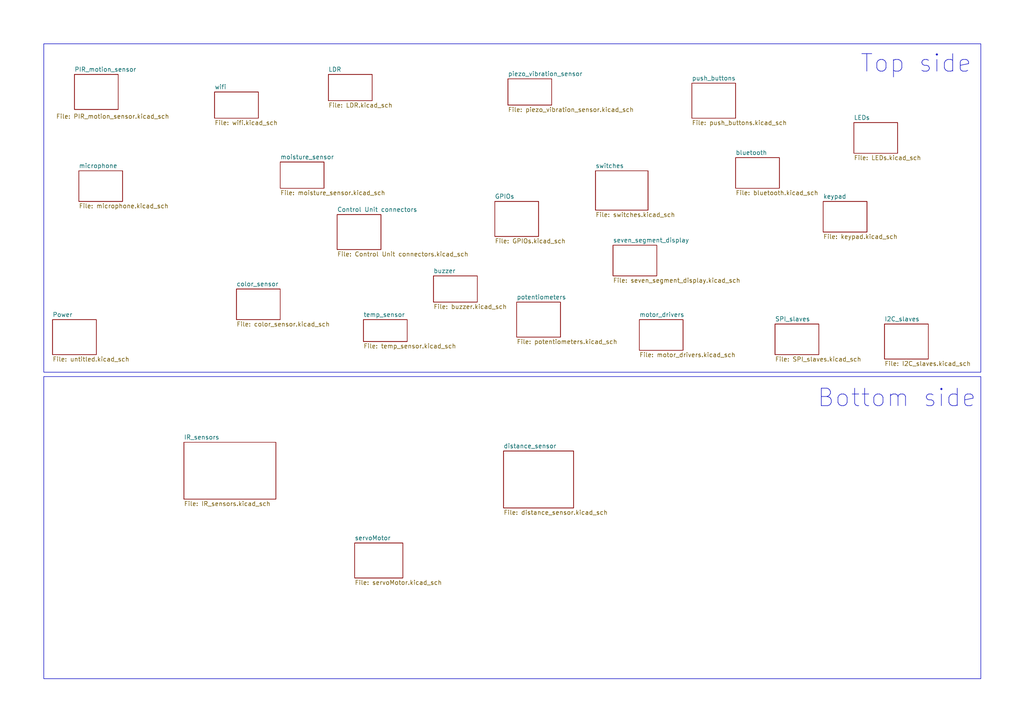
<source format=kicad_sch>
(kicad_sch
	(version 20231120)
	(generator "eeschema")
	(generator_version "8.0")
	(uuid "de49f119-e2e7-4901-8c30-d9d1ca4dd010")
	(paper "A4")
	(lib_symbols)
	(rectangle
		(start 12.7 109.22)
		(end 284.48 196.85)
		(stroke
			(width 0)
			(type default)
		)
		(fill
			(type none)
		)
		(uuid 1b1d5ac2-1096-42f7-a0f3-5c160a5b33bd)
	)
	(rectangle
		(start 12.7 12.7)
		(end 284.48 107.95)
		(stroke
			(width 0)
			(type default)
		)
		(fill
			(type none)
		)
		(uuid 2634a2a5-ee17-46ac-8153-5ed41e08228d)
	)
	(text "Bottom side"
		(exclude_from_sim no)
		(at 260.096 115.57 0)
		(effects
			(font
				(size 5.08 5.08)
			)
		)
		(uuid "9236613e-32ae-4e9b-b421-037c3414a27d")
	)
	(text "Top side"
		(exclude_from_sim no)
		(at 265.684 18.542 0)
		(effects
			(font
				(size 5.08 5.08)
			)
		)
		(uuid "c1e6de9e-6f0e-4fb1-86cd-74751911046b")
	)
	(sheet
		(at 15.24 92.71)
		(size 12.7 10.16)
		(fields_autoplaced yes)
		(stroke
			(width 0.1524)
			(type solid)
		)
		(fill
			(color 0 0 0 0.0000)
		)
		(uuid "18d24072-578a-4db5-8ef0-80a0440e5f7f")
		(property "Sheetname" "Power"
			(at 15.24 91.9984 0)
			(effects
				(font
					(size 1.27 1.27)
				)
				(justify left bottom)
			)
		)
		(property "Sheetfile" "untitled.kicad_sch"
			(at 15.24 103.4546 0)
			(effects
				(font
					(size 1.27 1.27)
				)
				(justify left top)
			)
		)
		(instances
			(project "kicad_pcb"
				(path "/de49f119-e2e7-4901-8c30-d9d1ca4dd010"
					(page "5")
				)
			)
		)
	)
	(sheet
		(at 62.23 26.67)
		(size 12.7 7.62)
		(fields_autoplaced yes)
		(stroke
			(width 0.1524)
			(type solid)
		)
		(fill
			(color 0 0 0 0.0000)
		)
		(uuid "21f423b0-e4e1-4d14-bb5b-40e774a6747a")
		(property "Sheetname" "wifi"
			(at 62.23 25.9584 0)
			(effects
				(font
					(size 1.27 1.27)
				)
				(justify left bottom)
			)
		)
		(property "Sheetfile" "wifi.kicad_sch"
			(at 62.23 34.8746 0)
			(effects
				(font
					(size 1.27 1.27)
				)
				(justify left top)
			)
		)
		(instances
			(project "kicad_pcb"
				(path "/de49f119-e2e7-4901-8c30-d9d1ca4dd010"
					(page "25")
				)
			)
		)
	)
	(sheet
		(at 22.86 49.53)
		(size 12.7 8.89)
		(fields_autoplaced yes)
		(stroke
			(width 0.1524)
			(type solid)
		)
		(fill
			(color 0 0 0 0.0000)
		)
		(uuid "23d1ba29-1b1a-4adf-a2fd-dea09865fa15")
		(property "Sheetname" "microphone"
			(at 22.86 48.8184 0)
			(effects
				(font
					(size 1.27 1.27)
				)
				(justify left bottom)
			)
		)
		(property "Sheetfile" "microphone.kicad_sch"
			(at 22.86 59.0046 0)
			(effects
				(font
					(size 1.27 1.27)
				)
				(justify left top)
			)
		)
		(property "Field2" ""
			(at 22.86 49.53 0)
			(effects
				(font
					(size 1.27 1.27)
				)
				(hide yes)
			)
		)
		(instances
			(project "kicad_pcb"
				(path "/de49f119-e2e7-4901-8c30-d9d1ca4dd010"
					(page "11")
				)
			)
		)
	)
	(sheet
		(at 53.34 128.27)
		(size 26.67 16.51)
		(fields_autoplaced yes)
		(stroke
			(width 0.1524)
			(type solid)
		)
		(fill
			(color 0 0 0 0.0000)
		)
		(uuid "2f7dc9d2-804f-4cad-929d-c027ac0b48cd")
		(property "Sheetname" "IR_sensors"
			(at 53.34 127.5584 0)
			(effects
				(font
					(size 1.27 1.27)
				)
				(justify left bottom)
			)
		)
		(property "Sheetfile" "IR_sensors.kicad_sch"
			(at 53.34 145.3646 0)
			(effects
				(font
					(size 1.27 1.27)
				)
				(justify left top)
			)
		)
		(instances
			(project "kicad_pcb"
				(path "/de49f119-e2e7-4901-8c30-d9d1ca4dd010"
					(page "8")
				)
			)
		)
	)
	(sheet
		(at 238.76 58.42)
		(size 12.7 8.89)
		(fields_autoplaced yes)
		(stroke
			(width 0.1524)
			(type solid)
		)
		(fill
			(color 0 0 0 0.0000)
		)
		(uuid "50c2b073-5240-4f9a-9863-b437bd91676d")
		(property "Sheetname" "keypad"
			(at 238.76 57.7084 0)
			(effects
				(font
					(size 1.27 1.27)
				)
				(justify left bottom)
			)
		)
		(property "Sheetfile" "keypad.kicad_sch"
			(at 238.76 67.8946 0)
			(effects
				(font
					(size 1.27 1.27)
				)
				(justify left top)
			)
		)
		(instances
			(project "kicad_pcb"
				(path "/de49f119-e2e7-4901-8c30-d9d1ca4dd010"
					(page "24")
				)
			)
		)
	)
	(sheet
		(at 95.25 21.59)
		(size 12.7 7.62)
		(fields_autoplaced yes)
		(stroke
			(width 0.1524)
			(type solid)
		)
		(fill
			(color 0 0 0 0.0000)
		)
		(uuid "52e22dc7-29e6-4c25-8296-14dd2b91820b")
		(property "Sheetname" "LDR"
			(at 95.25 20.8784 0)
			(effects
				(font
					(size 1.27 1.27)
				)
				(justify left bottom)
			)
		)
		(property "Sheetfile" "LDR.kicad_sch"
			(at 95.25 29.7946 0)
			(effects
				(font
					(size 1.27 1.27)
				)
				(justify left top)
			)
		)
		(instances
			(project "kicad_pcb"
				(path "/de49f119-e2e7-4901-8c30-d9d1ca4dd010"
					(page "26")
				)
			)
		)
	)
	(sheet
		(at 177.8 71.12)
		(size 12.7 8.89)
		(fields_autoplaced yes)
		(stroke
			(width 0.1524)
			(type solid)
		)
		(fill
			(color 0 0 0 0.0000)
		)
		(uuid "5bcc4095-97dc-47fb-821c-70f08d940a4e")
		(property "Sheetname" "seven_segment_display"
			(at 177.8 70.4084 0)
			(effects
				(font
					(size 1.27 1.27)
				)
				(justify left bottom)
			)
		)
		(property "Sheetfile" "seven_segment_display.kicad_sch"
			(at 177.8 80.5946 0)
			(effects
				(font
					(size 1.27 1.27)
				)
				(justify left top)
			)
		)
		(instances
			(project "kicad_pcb"
				(path "/de49f119-e2e7-4901-8c30-d9d1ca4dd010"
					(page "16")
				)
			)
		)
	)
	(sheet
		(at 147.32 22.86)
		(size 12.7 7.62)
		(fields_autoplaced yes)
		(stroke
			(width 0.1524)
			(type solid)
		)
		(fill
			(color 0 0 0 0.0000)
		)
		(uuid "64a8ea6a-e79a-4024-9d67-a9c329c6551e")
		(property "Sheetname" "piezo_vibration_sensor"
			(at 147.32 22.1484 0)
			(effects
				(font
					(size 1.27 1.27)
				)
				(justify left bottom)
			)
		)
		(property "Sheetfile" "piezo_vibration_sensor.kicad_sch"
			(at 147.32 31.0646 0)
			(effects
				(font
					(size 1.27 1.27)
				)
				(justify left top)
			)
		)
		(instances
			(project "kicad_pcb"
				(path "/de49f119-e2e7-4901-8c30-d9d1ca4dd010"
					(page "22")
				)
			)
		)
	)
	(sheet
		(at 146.05 130.81)
		(size 20.32 16.51)
		(fields_autoplaced yes)
		(stroke
			(width 0.1524)
			(type solid)
		)
		(fill
			(color 0 0 0 0.0000)
		)
		(uuid "6c814d5c-1ecc-44a1-94b2-6781dd052d7b")
		(property "Sheetname" "distance_sensor"
			(at 146.05 130.0984 0)
			(effects
				(font
					(size 1.27 1.27)
				)
				(justify left bottom)
			)
		)
		(property "Sheetfile" "distance_sensor.kicad_sch"
			(at 146.05 147.9046 0)
			(effects
				(font
					(size 1.27 1.27)
				)
				(justify left top)
			)
		)
		(instances
			(project "kicad_pcb"
				(path "/de49f119-e2e7-4901-8c30-d9d1ca4dd010"
					(page "10")
				)
			)
		)
	)
	(sheet
		(at 213.36 45.72)
		(size 12.7 8.89)
		(fields_autoplaced yes)
		(stroke
			(width 0.1524)
			(type solid)
		)
		(fill
			(color 0 0 0 0.0000)
		)
		(uuid "704d8741-9f2c-487f-8b70-cb908a0641b3")
		(property "Sheetname" "bluetooth"
			(at 213.36 45.0084 0)
			(effects
				(font
					(size 1.27 1.27)
				)
				(justify left bottom)
			)
		)
		(property "Sheetfile" "bluetooth.kicad_sch"
			(at 213.36 55.1946 0)
			(effects
				(font
					(size 1.27 1.27)
				)
				(justify left top)
			)
		)
		(instances
			(project "kicad_pcb"
				(path "/de49f119-e2e7-4901-8c30-d9d1ca4dd010"
					(page "26")
				)
			)
		)
	)
	(sheet
		(at 125.73 80.01)
		(size 12.7 7.62)
		(fields_autoplaced yes)
		(stroke
			(width 0.1524)
			(type solid)
		)
		(fill
			(color 0 0 0 0.0000)
		)
		(uuid "713e4f1e-d205-4f93-a479-d8f003e67e0f")
		(property "Sheetname" "buzzer"
			(at 125.73 79.2984 0)
			(effects
				(font
					(size 1.27 1.27)
				)
				(justify left bottom)
			)
		)
		(property "Sheetfile" "buzzer.kicad_sch"
			(at 125.73 88.2146 0)
			(effects
				(font
					(size 1.27 1.27)
				)
				(justify left top)
			)
		)
		(instances
			(project "kicad_pcb"
				(path "/de49f119-e2e7-4901-8c30-d9d1ca4dd010"
					(page "27")
				)
			)
		)
	)
	(sheet
		(at 256.54 93.98)
		(size 12.7 10.16)
		(fields_autoplaced yes)
		(stroke
			(width 0.1524)
			(type solid)
		)
		(fill
			(color 0 0 0 0.0000)
		)
		(uuid "72cfe115-9269-49ad-b6a5-670c4c40d4aa")
		(property "Sheetname" "I2C_slaves"
			(at 256.54 93.2684 0)
			(effects
				(font
					(size 1.27 1.27)
				)
				(justify left bottom)
			)
		)
		(property "Sheetfile" "I2C_slaves.kicad_sch"
			(at 256.54 104.7246 0)
			(effects
				(font
					(size 1.27 1.27)
				)
				(justify left top)
			)
		)
		(instances
			(project "kicad_pcb"
				(path "/de49f119-e2e7-4901-8c30-d9d1ca4dd010"
					(page "29")
				)
			)
		)
	)
	(sheet
		(at 247.65 35.56)
		(size 12.7 8.89)
		(fields_autoplaced yes)
		(stroke
			(width 0.1524)
			(type solid)
		)
		(fill
			(color 0 0 0 0.0000)
		)
		(uuid "7cd8ff34-d4a8-4cbc-b4b9-432b108dc6ca")
		(property "Sheetname" "LEDs"
			(at 247.65 34.8484 0)
			(effects
				(font
					(size 1.27 1.27)
				)
				(justify left bottom)
			)
		)
		(property "Sheetfile" "LEDs.kicad_sch"
			(at 247.65 45.0346 0)
			(effects
				(font
					(size 1.27 1.27)
				)
				(justify left top)
			)
		)
		(instances
			(project "kicad_pcb"
				(path "/de49f119-e2e7-4901-8c30-d9d1ca4dd010"
					(page "15")
				)
			)
		)
	)
	(sheet
		(at 149.86 87.63)
		(size 12.7 10.16)
		(fields_autoplaced yes)
		(stroke
			(width 0.1524)
			(type solid)
		)
		(fill
			(color 0 0 0 0.0000)
		)
		(uuid "86d3e1f3-88d1-44dc-8a00-d58c9355855d")
		(property "Sheetname" "potentiometers"
			(at 149.86 86.9184 0)
			(effects
				(font
					(size 1.27 1.27)
				)
				(justify left bottom)
			)
		)
		(property "Sheetfile" "potentiometers.kicad_sch"
			(at 149.86 98.3746 0)
			(effects
				(font
					(size 1.27 1.27)
				)
				(justify left top)
			)
		)
		(instances
			(project "kicad_pcb"
				(path "/de49f119-e2e7-4901-8c30-d9d1ca4dd010"
					(page "17")
				)
			)
		)
	)
	(sheet
		(at 105.41 92.71)
		(size 12.7 6.35)
		(fields_autoplaced yes)
		(stroke
			(width 0.1524)
			(type solid)
		)
		(fill
			(color 0 0 0 0.0000)
		)
		(uuid "9958af91-1873-4881-8d4b-fd61a9b9b251")
		(property "Sheetname" "temp_sensor"
			(at 105.41 91.9984 0)
			(effects
				(font
					(size 1.27 1.27)
				)
				(justify left bottom)
			)
		)
		(property "Sheetfile" "temp_sensor.kicad_sch"
			(at 105.41 99.6446 0)
			(effects
				(font
					(size 1.27 1.27)
				)
				(justify left top)
			)
		)
		(instances
			(project "kicad_pcb"
				(path "/de49f119-e2e7-4901-8c30-d9d1ca4dd010"
					(page "19")
				)
			)
		)
	)
	(sheet
		(at 81.28 46.99)
		(size 12.7 7.62)
		(fields_autoplaced yes)
		(stroke
			(width 0.1524)
			(type solid)
		)
		(fill
			(color 0 0 0 0.0000)
		)
		(uuid "b1670e5d-6e96-422c-bdcd-8e1caf24b628")
		(property "Sheetname" "moisture_sensor"
			(at 81.28 46.2784 0)
			(effects
				(font
					(size 1.27 1.27)
				)
				(justify left bottom)
			)
		)
		(property "Sheetfile" "moisture_sensor.kicad_sch"
			(at 81.28 55.1946 0)
			(effects
				(font
					(size 1.27 1.27)
				)
				(justify left top)
			)
		)
		(instances
			(project "kicad_pcb"
				(path "/de49f119-e2e7-4901-8c30-d9d1ca4dd010"
					(page "28")
				)
			)
		)
	)
	(sheet
		(at 200.66 24.13)
		(size 12.7 10.16)
		(fields_autoplaced yes)
		(stroke
			(width 0.1524)
			(type solid)
		)
		(fill
			(color 0 0 0 0.0000)
		)
		(uuid "c3755525-8873-4518-9f99-2a7917dddead")
		(property "Sheetname" "push_buttons"
			(at 200.66 23.4184 0)
			(effects
				(font
					(size 1.27 1.27)
				)
				(justify left bottom)
			)
		)
		(property "Sheetfile" "push_buttons.kicad_sch"
			(at 200.66 34.8746 0)
			(effects
				(font
					(size 1.27 1.27)
				)
				(justify left top)
			)
		)
		(instances
			(project "kicad_pcb"
				(path "/de49f119-e2e7-4901-8c30-d9d1ca4dd010"
					(page "14")
				)
			)
		)
	)
	(sheet
		(at 102.87 157.48)
		(size 13.97 10.16)
		(fields_autoplaced yes)
		(stroke
			(width 0.1524)
			(type solid)
		)
		(fill
			(color 0 0 0 0.0000)
		)
		(uuid "cdac1e59-149b-4e1f-83da-8ebeef7c7c91")
		(property "Sheetname" "servoMotor"
			(at 102.87 156.7684 0)
			(effects
				(font
					(size 1.27 1.27)
				)
				(justify left bottom)
			)
		)
		(property "Sheetfile" "servoMotor.kicad_sch"
			(at 102.87 168.2246 0)
			(effects
				(font
					(size 1.27 1.27)
				)
				(justify left top)
			)
		)
		(instances
			(project "kicad_pcb"
				(path "/de49f119-e2e7-4901-8c30-d9d1ca4dd010"
					(page "13")
				)
			)
		)
	)
	(sheet
		(at 68.58 83.82)
		(size 12.7 8.89)
		(fields_autoplaced yes)
		(stroke
			(width 0.1524)
			(type solid)
		)
		(fill
			(color 0 0 0 0.0000)
		)
		(uuid "d0e3611a-cc16-420e-b3d2-c38809317d0f")
		(property "Sheetname" "color_sensor"
			(at 68.58 83.1084 0)
			(effects
				(font
					(size 1.27 1.27)
				)
				(justify left bottom)
			)
		)
		(property "Sheetfile" "color_sensor.kicad_sch"
			(at 68.58 93.2946 0)
			(effects
				(font
					(size 1.27 1.27)
				)
				(justify left top)
			)
		)
		(instances
			(project "kicad_pcb"
				(path "/de49f119-e2e7-4901-8c30-d9d1ca4dd010"
					(page "28")
				)
			)
		)
	)
	(sheet
		(at 224.79 93.98)
		(size 12.7 8.89)
		(fields_autoplaced yes)
		(stroke
			(width 0.1524)
			(type solid)
		)
		(fill
			(color 0 0 0 0.0000)
		)
		(uuid "ddcc7e0d-ea9d-4161-83b8-a06b2b946f6e")
		(property "Sheetname" "SPI_slaves"
			(at 224.79 93.2684 0)
			(effects
				(font
					(size 1.27 1.27)
				)
				(justify left bottom)
			)
		)
		(property "Sheetfile" "SPI_slaves.kicad_sch"
			(at 224.79 103.4546 0)
			(effects
				(font
					(size 1.27 1.27)
				)
				(justify left top)
			)
		)
		(instances
			(project "kicad_pcb"
				(path "/de49f119-e2e7-4901-8c30-d9d1ca4dd010"
					(page "29")
				)
			)
		)
	)
	(sheet
		(at 185.42 92.71)
		(size 12.7 8.89)
		(fields_autoplaced yes)
		(stroke
			(width 0.1524)
			(type solid)
		)
		(fill
			(color 0 0 0 0.0000)
		)
		(uuid "e948cac7-791e-4243-8a00-d197c289b766")
		(property "Sheetname" "motor_drivers"
			(at 185.42 91.9984 0)
			(effects
				(font
					(size 1.27 1.27)
				)
				(justify left bottom)
			)
		)
		(property "Sheetfile" "motor_drivers.kicad_sch"
			(at 185.42 102.1846 0)
			(effects
				(font
					(size 1.27 1.27)
				)
				(justify left top)
			)
		)
		(instances
			(project "kicad_pcb"
				(path "/de49f119-e2e7-4901-8c30-d9d1ca4dd010"
					(page "9")
				)
			)
		)
	)
	(sheet
		(at 97.79 62.23)
		(size 12.7 10.16)
		(fields_autoplaced yes)
		(stroke
			(width 0.1524)
			(type solid)
		)
		(fill
			(color 0 0 0 0.0000)
		)
		(uuid "eb0f4a39-8cd8-4f43-8f48-01544f456eb5")
		(property "Sheetname" "Control Unit connectors"
			(at 97.79 61.5184 0)
			(effects
				(font
					(size 1.27 1.27)
				)
				(justify left bottom)
			)
		)
		(property "Sheetfile" "Control Unit connectors.kicad_sch"
			(at 97.79 72.9746 0)
			(effects
				(font
					(size 1.27 1.27)
				)
				(justify left top)
			)
		)
		(instances
			(project "kicad_pcb"
				(path "/de49f119-e2e7-4901-8c30-d9d1ca4dd010"
					(page "6")
				)
			)
		)
	)
	(sheet
		(at 172.72 49.53)
		(size 15.24 11.43)
		(fields_autoplaced yes)
		(stroke
			(width 0.1524)
			(type solid)
		)
		(fill
			(color 0 0 0 0.0000)
		)
		(uuid "ec5b2b37-fb94-4e93-9cda-556d0c6aac8d")
		(property "Sheetname" "switches"
			(at 172.72 48.8184 0)
			(effects
				(font
					(size 1.27 1.27)
				)
				(justify left bottom)
			)
		)
		(property "Sheetfile" "switches.kicad_sch"
			(at 172.72 61.5446 0)
			(effects
				(font
					(size 1.27 1.27)
				)
				(justify left top)
			)
		)
		(instances
			(project "kicad_pcb"
				(path "/de49f119-e2e7-4901-8c30-d9d1ca4dd010"
					(page "14")
				)
			)
		)
	)
	(sheet
		(at 143.51 58.42)
		(size 12.7 10.16)
		(fields_autoplaced yes)
		(stroke
			(width 0.1524)
			(type solid)
		)
		(fill
			(color 0 0 0 0.0000)
		)
		(uuid "f8cc8b3a-e75c-49f4-b5ca-88b29378030a")
		(property "Sheetname" "GPIOs"
			(at 143.51 57.7084 0)
			(effects
				(font
					(size 1.27 1.27)
				)
				(justify left bottom)
			)
		)
		(property "Sheetfile" "GPIOs.kicad_sch"
			(at 143.51 69.1646 0)
			(effects
				(font
					(size 1.27 1.27)
				)
				(justify left top)
			)
		)
		(instances
			(project "kicad_pcb"
				(path "/de49f119-e2e7-4901-8c30-d9d1ca4dd010"
					(page "27")
				)
			)
		)
	)
	(sheet
		(at 21.59 21.59)
		(size 12.7 10.16)
		(stroke
			(width 0.1524)
			(type solid)
		)
		(fill
			(color 0 0 0 0.0000)
		)
		(uuid "fcb1cbba-395b-4e30-853e-d363a9b8ac31")
		(property "Sheetname" "PIR_motion_sensor"
			(at 21.59 20.8784 0)
			(effects
				(font
					(size 1.27 1.27)
				)
				(justify left bottom)
			)
		)
		(property "Sheetfile" "PIR_motion_sensor.kicad_sch"
			(at 16.256 33.02 0)
			(effects
				(font
					(size 1.27 1.27)
				)
				(justify left top)
			)
		)
		(instances
			(project "kicad_pcb"
				(path "/de49f119-e2e7-4901-8c30-d9d1ca4dd010"
					(page "20")
				)
			)
		)
	)
	(sheet_instances
		(path "/"
			(page "1")
		)
	)
)

</source>
